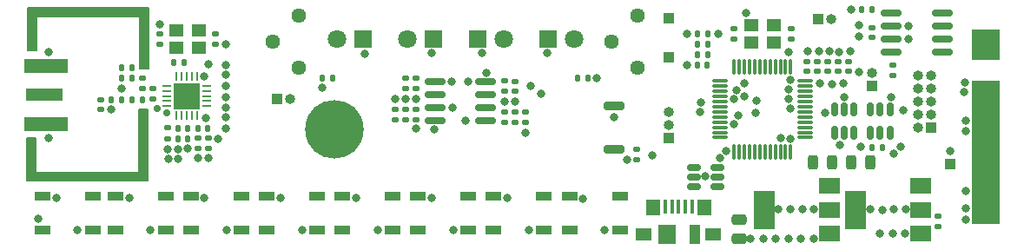
<source format=gts>
%TF.GenerationSoftware,KiCad,Pcbnew,6.0.9-8da3e8f707~117~ubuntu20.04.1*%
%TF.CreationDate,2023-01-01T11:50:09-08:00*%
%TF.ProjectId,BoardyMcBoardFace,426f6172-6479-44d6-9342-6f6172644661,rev?*%
%TF.SameCoordinates,Original*%
%TF.FileFunction,Soldermask,Top*%
%TF.FilePolarity,Negative*%
%FSLAX46Y46*%
G04 Gerber Fmt 4.6, Leading zero omitted, Abs format (unit mm)*
G04 Created by KiCad (PCBNEW 6.0.9-8da3e8f707~117~ubuntu20.04.1) date 2023-01-01 11:50:09*
%MOMM*%
%LPD*%
G01*
G04 APERTURE LIST*
G04 Aperture macros list*
%AMRoundRect*
0 Rectangle with rounded corners*
0 $1 Rounding radius*
0 $2 $3 $4 $5 $6 $7 $8 $9 X,Y pos of 4 corners*
0 Add a 4 corners polygon primitive as box body*
4,1,4,$2,$3,$4,$5,$6,$7,$8,$9,$2,$3,0*
0 Add four circle primitives for the rounded corners*
1,1,$1+$1,$2,$3*
1,1,$1+$1,$4,$5*
1,1,$1+$1,$6,$7*
1,1,$1+$1,$8,$9*
0 Add four rect primitives between the rounded corners*
20,1,$1+$1,$2,$3,$4,$5,0*
20,1,$1+$1,$4,$5,$6,$7,0*
20,1,$1+$1,$6,$7,$8,$9,0*
20,1,$1+$1,$8,$9,$2,$3,0*%
G04 Aperture macros list end*
%ADD10C,0.200000*%
%ADD11RoundRect,0.062500X0.350000X0.062500X-0.350000X0.062500X-0.350000X-0.062500X0.350000X-0.062500X0*%
%ADD12RoundRect,0.062500X0.062500X0.350000X-0.062500X0.350000X-0.062500X-0.350000X0.062500X-0.350000X0*%
%ADD13R,2.500000X2.500000*%
%ADD14RoundRect,0.135000X0.185000X-0.135000X0.185000X0.135000X-0.185000X0.135000X-0.185000X-0.135000X0*%
%ADD15RoundRect,0.147500X-0.172500X0.147500X-0.172500X-0.147500X0.172500X-0.147500X0.172500X0.147500X0*%
%ADD16RoundRect,0.147500X0.172500X-0.147500X0.172500X0.147500X-0.172500X0.147500X-0.172500X-0.147500X0*%
%ADD17RoundRect,0.243750X-0.243750X-0.456250X0.243750X-0.456250X0.243750X0.456250X-0.243750X0.456250X0*%
%ADD18RoundRect,0.140000X0.170000X-0.140000X0.170000X0.140000X-0.170000X0.140000X-0.170000X-0.140000X0*%
%ADD19RoundRect,0.075000X-0.075000X0.662500X-0.075000X-0.662500X0.075000X-0.662500X0.075000X0.662500X0*%
%ADD20RoundRect,0.075000X-0.662500X0.075000X-0.662500X-0.075000X0.662500X-0.075000X0.662500X0.075000X0*%
%ADD21R,1.500000X0.900000*%
%ADD22RoundRect,0.135000X-0.135000X-0.185000X0.135000X-0.185000X0.135000X0.185000X-0.135000X0.185000X0*%
%ADD23RoundRect,0.140000X0.140000X0.170000X-0.140000X0.170000X-0.140000X-0.170000X0.140000X-0.170000X0*%
%ADD24RoundRect,0.140000X-0.140000X-0.170000X0.140000X-0.170000X0.140000X0.170000X-0.140000X0.170000X0*%
%ADD25R,1.000000X1.000000*%
%ADD26RoundRect,0.135000X-0.185000X0.135000X-0.185000X-0.135000X0.185000X-0.135000X0.185000X0.135000X0*%
%ADD27RoundRect,0.150000X-0.512500X-0.150000X0.512500X-0.150000X0.512500X0.150000X-0.512500X0.150000X0*%
%ADD28R,1.800000X1.800000*%
%ADD29C,1.800000*%
%ADD30RoundRect,0.150000X-0.825000X-0.150000X0.825000X-0.150000X0.825000X0.150000X-0.825000X0.150000X0*%
%ADD31RoundRect,0.140000X-0.170000X0.140000X-0.170000X-0.140000X0.170000X-0.140000X0.170000X0.140000X0*%
%ADD32C,5.703200*%
%ADD33RoundRect,0.101600X1.250000X-0.175000X1.250000X0.175000X-1.250000X0.175000X-1.250000X-0.175000X0*%
%ADD34O,1.000000X1.000000*%
%ADD35R,0.450000X1.380000*%
%ADD36R,1.800000X1.900000*%
%ADD37R,1.425000X1.550000*%
%ADD38R,1.650000X1.300000*%
%ADD39R,1.000000X1.900000*%
%ADD40R,1.400000X1.200000*%
%ADD41C,1.440000*%
%ADD42RoundRect,0.200000X-0.800000X0.200000X-0.800000X-0.200000X0.800000X-0.200000X0.800000X0.200000X0*%
%ADD43RoundRect,0.150000X0.825000X0.150000X-0.825000X0.150000X-0.825000X-0.150000X0.825000X-0.150000X0*%
%ADD44R,2.000000X1.500000*%
%ADD45R,2.000000X3.800000*%
%ADD46RoundRect,0.250000X0.475000X-0.250000X0.475000X0.250000X-0.475000X0.250000X-0.475000X-0.250000X0*%
%ADD47RoundRect,0.150000X-0.150000X0.512500X-0.150000X-0.512500X0.150000X-0.512500X0.150000X0.512500X0*%
%ADD48RoundRect,0.147500X0.147500X0.172500X-0.147500X0.172500X-0.147500X-0.172500X0.147500X-0.172500X0*%
%ADD49RoundRect,0.135000X0.135000X0.185000X-0.135000X0.185000X-0.135000X-0.185000X0.135000X-0.185000X0*%
%ADD50RoundRect,0.243750X0.243750X0.456250X-0.243750X0.456250X-0.243750X-0.456250X0.243750X-0.456250X0*%
%ADD51R,3.600000X1.270000*%
%ADD52R,4.200000X1.350000*%
%ADD53RoundRect,0.147500X-0.147500X-0.172500X0.147500X-0.172500X0.147500X0.172500X-0.147500X0.172500X0*%
%ADD54C,0.800000*%
%ADD55C,0.700000*%
G04 APERTURE END LIST*
D10*
G36*
X120523000Y-104978200D02*
G01*
X119659400Y-104978200D01*
X119659400Y-99949000D01*
X109601000Y-99949000D01*
X109601000Y-103251000D01*
X108737400Y-103251000D01*
X108737449Y-99089009D01*
X120523008Y-99085040D01*
X120523000Y-104978200D01*
G37*
X120523000Y-104978200D02*
X119659400Y-104978200D01*
X119659400Y-99949000D01*
X109601000Y-99949000D01*
X109601000Y-103251000D01*
X108737400Y-103251000D01*
X108737449Y-99089009D01*
X120523008Y-99085040D01*
X120523000Y-104978200D01*
G36*
X120391838Y-115900103D02*
G01*
X108635584Y-115900197D01*
X108637763Y-111757693D01*
X109474000Y-111760000D01*
X109474000Y-115112800D01*
X119557800Y-115112800D01*
X119557800Y-108940600D01*
X120395893Y-108940503D01*
X120391838Y-115900103D01*
G37*
X120391838Y-115900103D02*
X108635584Y-115900197D01*
X108637763Y-111757693D01*
X109474000Y-111760000D01*
X109474000Y-115112800D01*
X119557800Y-115112800D01*
X119557800Y-108940600D01*
X120395893Y-108940503D01*
X120391838Y-115900103D01*
D11*
%TO.C,U1*%
X126135500Y-108663500D03*
X126135500Y-108163500D03*
X126135500Y-107663500D03*
X126135500Y-107163500D03*
X126135500Y-106663500D03*
D12*
X125198000Y-105726000D03*
X124698000Y-105726000D03*
X124198000Y-105726000D03*
X123698000Y-105726000D03*
X123198000Y-105726000D03*
D11*
X122260500Y-106663500D03*
X122260500Y-107163500D03*
X122260500Y-107663500D03*
X122260500Y-108163500D03*
X122260500Y-108663500D03*
D12*
X123198000Y-109601000D03*
X123698000Y-109601000D03*
X124198000Y-109601000D03*
X124698000Y-109601000D03*
X125198000Y-109601000D03*
D13*
X124198000Y-107663500D03*
%TD*%
D14*
%TO.C,R6*%
X155194000Y-110238000D03*
X155194000Y-109218000D03*
%TD*%
D15*
%TO.C,D2*%
X157226000Y-109243000D03*
X157226000Y-110213000D03*
%TD*%
D16*
%TO.C,L2*%
X120904000Y-107927000D03*
X120904000Y-106957000D03*
%TD*%
D17*
%TO.C,D5*%
X188952900Y-114147600D03*
X190827900Y-114147600D03*
%TD*%
D18*
%TO.C,C26*%
X197485000Y-120368000D03*
X197485000Y-119408000D03*
%TD*%
D19*
%TO.C,U2*%
X183090000Y-104803500D03*
X182590000Y-104803500D03*
X182090000Y-104803500D03*
X181590000Y-104803500D03*
X181090000Y-104803500D03*
X180590000Y-104803500D03*
X180090000Y-104803500D03*
X179590000Y-104803500D03*
X179090000Y-104803500D03*
X178590000Y-104803500D03*
X178090000Y-104803500D03*
X177590000Y-104803500D03*
D20*
X176177500Y-106216000D03*
X176177500Y-106716000D03*
X176177500Y-107216000D03*
X176177500Y-107716000D03*
X176177500Y-108216000D03*
X176177500Y-108716000D03*
X176177500Y-109216000D03*
X176177500Y-109716000D03*
X176177500Y-110216000D03*
X176177500Y-110716000D03*
X176177500Y-111216000D03*
X176177500Y-111716000D03*
D19*
X177590000Y-113128500D03*
X178090000Y-113128500D03*
X178590000Y-113128500D03*
X179090000Y-113128500D03*
X179590000Y-113128500D03*
X180090000Y-113128500D03*
X180590000Y-113128500D03*
X181090000Y-113128500D03*
X181590000Y-113128500D03*
X182090000Y-113128500D03*
X182590000Y-113128500D03*
X183090000Y-113128500D03*
D20*
X184502500Y-111716000D03*
X184502500Y-111216000D03*
X184502500Y-110716000D03*
X184502500Y-110216000D03*
X184502500Y-109716000D03*
X184502500Y-109216000D03*
X184502500Y-108716000D03*
X184502500Y-108216000D03*
X184502500Y-107716000D03*
X184502500Y-107216000D03*
X184502500Y-106716000D03*
X184502500Y-106216000D03*
%TD*%
D21*
%TO.C,D15*%
X132043000Y-117476000D03*
X132043000Y-120776000D03*
X136943000Y-120776000D03*
X136943000Y-117476000D03*
%TD*%
D22*
%TO.C,R4*%
X162304000Y-105918000D03*
X163324000Y-105918000D03*
%TD*%
D23*
%TO.C,C7*%
X174978000Y-103618000D03*
X174018000Y-103618000D03*
%TD*%
D24*
%TO.C,C16*%
X125292800Y-110813100D03*
X126252800Y-110813100D03*
%TD*%
D25*
%TO.C,TP1*%
X171196000Y-100076000D03*
%TD*%
%TO.C,TP3*%
X198628000Y-114300000D03*
%TD*%
D24*
%TO.C,C23*%
X117884000Y-104902000D03*
X118844000Y-104902000D03*
%TD*%
D23*
%TO.C,C9*%
X124297000Y-110813100D03*
X123337000Y-110813100D03*
%TD*%
D24*
%TO.C,C22*%
X117884000Y-105918000D03*
X118844000Y-105918000D03*
%TD*%
D26*
%TO.C,R13*%
X145542000Y-108964000D03*
X145542000Y-109984000D03*
%TD*%
D27*
%TO.C,U8*%
X173665300Y-114620000D03*
X173665300Y-115570000D03*
X173665300Y-116520000D03*
X175940300Y-116520000D03*
X175940300Y-115570000D03*
X175940300Y-114620000D03*
%TD*%
D18*
%TO.C,C14*%
X121581800Y-102588000D03*
X121581800Y-101628000D03*
%TD*%
D26*
%TO.C,R2*%
X122318400Y-110785700D03*
X122318400Y-111805700D03*
%TD*%
D21*
%TO.C,D11*%
X161537498Y-117476000D03*
X161537498Y-120776000D03*
X166437498Y-120776000D03*
X166437498Y-117476000D03*
%TD*%
D26*
%TO.C,R10*%
X146558000Y-105918000D03*
X146558000Y-106938000D03*
%TD*%
D28*
%TO.C,D4*%
X152580000Y-102108000D03*
D29*
X155120000Y-102108000D03*
%TD*%
D28*
%TO.C,D3*%
X159464000Y-102108000D03*
D29*
X162004000Y-102108000D03*
%TD*%
D18*
%TO.C,C5*%
X184708800Y-105280400D03*
X184708800Y-104320400D03*
%TD*%
D30*
%TO.C,U9*%
X192901800Y-99593400D03*
X192901800Y-100863400D03*
X192901800Y-102133400D03*
X192901800Y-103403400D03*
X197851800Y-103403400D03*
X197851800Y-102133400D03*
X197851800Y-100863400D03*
X197851800Y-99593400D03*
%TD*%
D21*
%TO.C,D18*%
X110199000Y-117476000D03*
X110199000Y-120776000D03*
X115099000Y-120776000D03*
X115099000Y-117476000D03*
%TD*%
D24*
%TO.C,C19*%
X116868000Y-108069900D03*
X117828000Y-108069900D03*
%TD*%
D31*
%TO.C,C17*%
X183134000Y-101120000D03*
X183134000Y-102080000D03*
%TD*%
D32*
%TO.C,U$1*%
X138627800Y-110892400D03*
D33*
X202127800Y-101392400D03*
X202127800Y-101892400D03*
X202127800Y-102392400D03*
X202127800Y-102892400D03*
X202127800Y-103392400D03*
X202127800Y-103892400D03*
X202127800Y-106392400D03*
X202127800Y-106892400D03*
X202127800Y-107392400D03*
X202127800Y-107892400D03*
X202127800Y-108392400D03*
X202127800Y-108892400D03*
X202127800Y-109392400D03*
X202127800Y-109892400D03*
X202127800Y-110392400D03*
X202127800Y-110892400D03*
X202127800Y-111392400D03*
X202127800Y-111892400D03*
X202127800Y-112392400D03*
X202127800Y-112892400D03*
X202127800Y-113392400D03*
X202127800Y-113892400D03*
X202127800Y-114392400D03*
X202127800Y-114892400D03*
X202127800Y-115392400D03*
X202127800Y-115892400D03*
X202127800Y-116392400D03*
X202127800Y-116892400D03*
X202127800Y-117392400D03*
X202127800Y-117892400D03*
X202127800Y-118392400D03*
X202127800Y-118892400D03*
X202127800Y-119392400D03*
X202127800Y-119892400D03*
%TD*%
D25*
%TO.C,J5*%
X133055600Y-107924600D03*
D34*
X134325600Y-107924600D03*
%TD*%
D21*
%TO.C,D14*%
X139409000Y-117476000D03*
X139409000Y-120776000D03*
X144309000Y-120776000D03*
X144309000Y-117476000D03*
%TD*%
D18*
%TO.C,C3*%
X186740800Y-105280400D03*
X186740800Y-104320400D03*
%TD*%
D21*
%TO.C,D13*%
X146775000Y-117476000D03*
X146775000Y-120776000D03*
X151675000Y-120776000D03*
X151675000Y-117476000D03*
%TD*%
D16*
%TO.C,D8*%
X144526000Y-109959000D03*
X144526000Y-108989000D03*
%TD*%
D35*
%TO.C,J3*%
X170861200Y-118488400D03*
X171511200Y-118488400D03*
X172161200Y-118488400D03*
X172811200Y-118488400D03*
X173461200Y-118488400D03*
D36*
X171011200Y-121148400D03*
D37*
X174648700Y-118573400D03*
D38*
X175536200Y-121148400D03*
D39*
X173711200Y-121148400D03*
D37*
X169673700Y-118573400D03*
D38*
X168786200Y-121148400D03*
%TD*%
D25*
%TO.C,JP2*%
X171196000Y-111760000D03*
D34*
X171196000Y-110490000D03*
X171196000Y-109220000D03*
%TD*%
D31*
%TO.C,C25*%
X156210000Y-106218000D03*
X156210000Y-107178000D03*
%TD*%
D18*
%TO.C,C1*%
X188772800Y-105280400D03*
X188772800Y-104320400D03*
%TD*%
D40*
%TO.C,Y1*%
X123182000Y-102925500D03*
X125382000Y-102925500D03*
X125382000Y-101225500D03*
X123182000Y-101225500D03*
%TD*%
D41*
%TO.C,RV2*%
X135128000Y-104902000D03*
X132588000Y-102362000D03*
X135128000Y-99822000D03*
%TD*%
D31*
%TO.C,C12*%
X126331600Y-111788000D03*
X126331600Y-112748000D03*
%TD*%
D18*
%TO.C,C18*%
X177546000Y-102080000D03*
X177546000Y-101120000D03*
%TD*%
D21*
%TO.C,D17*%
X117311000Y-117476000D03*
X117311000Y-120776000D03*
X122211000Y-120776000D03*
X122211000Y-117476000D03*
%TD*%
D42*
%TO.C,SW1*%
X165862000Y-108644000D03*
X165862000Y-112844000D03*
%TD*%
D28*
%TO.C,D9*%
X141362000Y-102108000D03*
D29*
X138822000Y-102108000D03*
%TD*%
D14*
%TO.C,R3*%
X193040000Y-105666000D03*
X193040000Y-104646000D03*
%TD*%
D24*
%TO.C,C8*%
X174018000Y-101586000D03*
X174978000Y-101586000D03*
%TD*%
D28*
%TO.C,D10*%
X148246000Y-102108000D03*
D29*
X145706000Y-102108000D03*
%TD*%
D14*
%TO.C,R8*%
X156210000Y-110238000D03*
X156210000Y-109218000D03*
%TD*%
D23*
%TO.C,C10*%
X124297000Y-111829100D03*
X123337000Y-111829100D03*
%TD*%
D25*
%TO.C,J4*%
X185786000Y-100177600D03*
D34*
X187056000Y-100177600D03*
%TD*%
D43*
%TO.C,U4*%
X153351000Y-110109000D03*
X153351000Y-108839000D03*
X153351000Y-107569000D03*
X153351000Y-106299000D03*
X148401000Y-106299000D03*
X148401000Y-107569000D03*
X148401000Y-108839000D03*
X148401000Y-110109000D03*
%TD*%
D18*
%TO.C,C4*%
X185724800Y-105280400D03*
X185724800Y-104320400D03*
%TD*%
%TO.C,C2*%
X187756800Y-105280400D03*
X187756800Y-104320400D03*
%TD*%
D44*
%TO.C,U6*%
X186842800Y-121047600D03*
D45*
X180542800Y-118747600D03*
D44*
X186842800Y-118747600D03*
X186842800Y-116447600D03*
%TD*%
D31*
%TO.C,C30*%
X191008000Y-100967600D03*
X191008000Y-101927600D03*
%TD*%
D21*
%TO.C,D12*%
X154141000Y-117476000D03*
X154141000Y-120776000D03*
X159041000Y-120776000D03*
X159041000Y-117476000D03*
%TD*%
D25*
%TO.C,TP4*%
X171196000Y-103886000D03*
%TD*%
D23*
%TO.C,C6*%
X174950000Y-104634000D03*
X173990000Y-104634000D03*
%TD*%
D46*
%TO.C,C27*%
X178104800Y-121602600D03*
X178104800Y-119702600D03*
%TD*%
D31*
%TO.C,C11*%
X125315600Y-111788000D03*
X125315600Y-112748000D03*
%TD*%
D47*
%TO.C,U7*%
X192770800Y-108996900D03*
X191820800Y-108996900D03*
X190870800Y-108996900D03*
X190870800Y-111271900D03*
X191820800Y-111271900D03*
X192770800Y-111271900D03*
%TD*%
%TO.C,U3*%
X189265600Y-108996900D03*
X188315600Y-108996900D03*
X187365600Y-108996900D03*
X187365600Y-111271900D03*
X188315600Y-111271900D03*
X189265600Y-111271900D03*
%TD*%
D48*
%TO.C,L1*%
X119865000Y-108069900D03*
X118895000Y-108069900D03*
%TD*%
D26*
%TO.C,R11*%
X146558000Y-108962000D03*
X146558000Y-109982000D03*
%TD*%
D24*
%TO.C,C20*%
X191036000Y-112699800D03*
X191996000Y-112699800D03*
%TD*%
D31*
%TO.C,C29*%
X145542000Y-105946000D03*
X145542000Y-106906000D03*
%TD*%
D25*
%TO.C,J2*%
X196748400Y-110744000D03*
D34*
X195478400Y-110744000D03*
X196748400Y-109474000D03*
X195478400Y-109474000D03*
X196748400Y-108204000D03*
X195478400Y-108204000D03*
X196748400Y-106934000D03*
X195478400Y-106934000D03*
X196748400Y-105664000D03*
X195478400Y-105664000D03*
%TD*%
D49*
%TO.C,R1*%
X123954000Y-104394000D03*
X122934000Y-104394000D03*
%TD*%
D50*
%TO.C,D6*%
X187119500Y-114173000D03*
X185244500Y-114173000D03*
%TD*%
D25*
%TO.C,JP1*%
X191008000Y-106705400D03*
D34*
X191008000Y-105435400D03*
%TD*%
D49*
%TO.C,R15*%
X191010000Y-99263200D03*
X189990000Y-99263200D03*
%TD*%
%TO.C,R9*%
X138432000Y-105918000D03*
X137412000Y-105918000D03*
%TD*%
D44*
%TO.C,U5*%
X195732800Y-121047600D03*
D45*
X189432800Y-118747600D03*
D44*
X195732800Y-118747600D03*
X195732800Y-116447600D03*
%TD*%
D41*
%TO.C,RV1*%
X168148000Y-104900000D03*
X165608000Y-102360000D03*
X168148000Y-99820000D03*
%TD*%
D40*
%TO.C,Y2*%
X181440000Y-100750000D03*
X179240000Y-100750000D03*
X179240000Y-102450000D03*
X181440000Y-102450000D03*
%TD*%
D18*
%TO.C,C21*%
X115824000Y-109007100D03*
X115824000Y-108047100D03*
%TD*%
D31*
%TO.C,C13*%
X168097200Y-112880200D03*
X168097200Y-113840200D03*
%TD*%
D26*
%TO.C,R5*%
X155194000Y-106168000D03*
X155194000Y-107188000D03*
%TD*%
D21*
%TO.C,D16*%
X124677000Y-117476000D03*
X124677000Y-120776000D03*
X129577000Y-120776000D03*
X129577000Y-117476000D03*
%TD*%
D15*
%TO.C,L3*%
X119888000Y-105941000D03*
X119888000Y-106911000D03*
%TD*%
D51*
%TO.C,J1*%
X110290000Y-107543600D03*
D52*
X110490000Y-104718600D03*
X110490000Y-110368600D03*
%TD*%
D31*
%TO.C,C15*%
X127000000Y-101628000D03*
X127000000Y-102588000D03*
%TD*%
D53*
%TO.C,FB1*%
X174013000Y-102602000D03*
X174983000Y-102602000D03*
%TD*%
D54*
X127988762Y-104687098D03*
X121581800Y-100668200D03*
X178562000Y-106457500D03*
X120650000Y-120777000D03*
X156210000Y-108204000D03*
X188874400Y-103327200D03*
X120091200Y-99517200D03*
X141541500Y-103568500D03*
X109169200Y-102819200D03*
X119989600Y-109372400D03*
X192847284Y-107757284D03*
X200152000Y-118618000D03*
X114452401Y-115508017D03*
X179197000Y-121602600D03*
X119989600Y-113974112D03*
X109067600Y-112162673D03*
X165862000Y-109728000D03*
X178765200Y-99568000D03*
X186842400Y-103327200D03*
X148082000Y-103505000D03*
X142875000Y-120777000D03*
X172974000Y-104634000D03*
D55*
X121342104Y-108900138D03*
D54*
X174737268Y-115509323D03*
X126359854Y-104607664D03*
X120091200Y-102862544D03*
X185343800Y-121602600D03*
X126111000Y-109804200D03*
X185826400Y-103327200D03*
X176022000Y-101586000D03*
X189001400Y-99263200D03*
X117856000Y-106934000D03*
X109067600Y-115508017D03*
X120091200Y-104535217D03*
X120091200Y-101189872D03*
X110744000Y-103378000D03*
X167157400Y-113899700D03*
X128016000Y-102616000D03*
X185920360Y-106469160D03*
X164973000Y-120777000D03*
X113538000Y-120777000D03*
X125315599Y-113682399D03*
X153035000Y-103505000D03*
X193141600Y-113277100D03*
X111014933Y-99517200D03*
X116298134Y-115508017D03*
X187833000Y-103352600D03*
X118397865Y-99517200D03*
X184759600Y-103327200D03*
X119989600Y-110906304D03*
X182163641Y-111746695D03*
X128016000Y-110794800D03*
X150241000Y-120777000D03*
X119989600Y-112440208D03*
X109169200Y-99517200D03*
X112606668Y-115508017D03*
X118143867Y-115508017D03*
X110760935Y-115508017D03*
X188315600Y-107772200D03*
X181655720Y-121602600D03*
X116552132Y-99517200D03*
X122376607Y-112866924D03*
X194275800Y-121047600D03*
X114706399Y-99517200D03*
X128143000Y-120777000D03*
X176173037Y-113726514D03*
X193043900Y-121047600D03*
X116875100Y-109007100D03*
X109169200Y-101295200D03*
X126331600Y-113682400D03*
X153416000Y-105410000D03*
X110744000Y-111760000D03*
X180426360Y-121602600D03*
X159385000Y-103505000D03*
X184114440Y-121602600D03*
X109067600Y-113835345D03*
X179781200Y-108153200D03*
X191812000Y-121047600D03*
X194564000Y-100838000D03*
X182885080Y-121602600D03*
X157607000Y-120777000D03*
X145542000Y-107950000D03*
X112860666Y-99517200D03*
X182880000Y-103378000D03*
X135509000Y-120777000D03*
X200152000Y-116967000D03*
X119989600Y-115508017D03*
X148082000Y-117602000D03*
X162864800Y-117652800D03*
X184217732Y-118745000D03*
X183066266Y-118745000D03*
X133350000Y-117602000D03*
X181914800Y-118745000D03*
X172974000Y-101586000D03*
X155422600Y-117627400D03*
X176784000Y-113030000D03*
X146558000Y-110871000D03*
X183088261Y-111805739D03*
X144526000Y-107950000D03*
X157226000Y-111252000D03*
D55*
X122260500Y-109306500D03*
D54*
X146558000Y-107950000D03*
X148386800Y-110947200D03*
X118618000Y-117602000D03*
X185369200Y-118745000D03*
X189712600Y-105349900D03*
X127224100Y-111831700D03*
X125933200Y-117602000D03*
X125933200Y-105714800D03*
X187858400Y-112426500D03*
X193827400Y-112623600D03*
X124297000Y-112786600D03*
X123342400Y-112877600D03*
X140716000Y-117602000D03*
X183078081Y-106121305D03*
X137414000Y-106883200D03*
X155194000Y-108204000D03*
X164211000Y-105918000D03*
X123342400Y-113792000D03*
X122428000Y-113792000D03*
X111506000Y-117602000D03*
X193167000Y-118745000D03*
X194335400Y-118745000D03*
X191998600Y-118747600D03*
X190830200Y-118745000D03*
X198628000Y-113030000D03*
X194564000Y-102108000D03*
X169595800Y-113436400D03*
X177840483Y-107093498D03*
X189941200Y-112649000D03*
X200083738Y-106329759D03*
X187121800Y-106476800D03*
X188264800Y-106451400D03*
X200025000Y-107315000D03*
X200152000Y-111125000D03*
X174279653Y-109255653D03*
X200152000Y-110109000D03*
X174316154Y-108299500D03*
X194056000Y-109093000D03*
X186436000Y-109347000D03*
X151384000Y-110109000D03*
X158750000Y-107442000D03*
X150114000Y-108839000D03*
X157734000Y-106680000D03*
X189782749Y-100755749D03*
X182881971Y-107949972D03*
X189738000Y-101854000D03*
X182867593Y-107023581D03*
X183070500Y-108902500D03*
X151678630Y-106232970D03*
X150063200Y-106273600D03*
X177591739Y-110383339D03*
X128016000Y-108762800D03*
X128046704Y-107758394D03*
X177964031Y-109534926D03*
X128016000Y-105613200D03*
X177543113Y-107970982D03*
X128038611Y-106691826D03*
X178612800Y-107696000D03*
X179693500Y-109321600D03*
X128016000Y-109728000D03*
X200177400Y-119684800D03*
X109728000Y-119634000D03*
M02*

</source>
